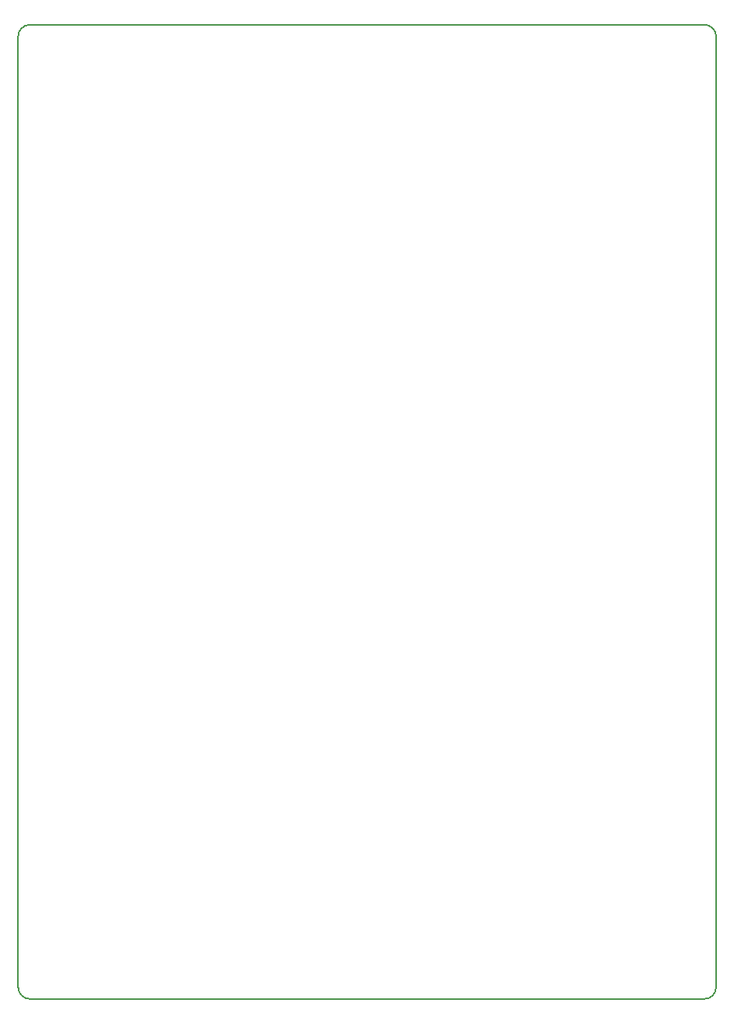
<source format=gbr>
G04 #@! TF.GenerationSoftware,KiCad,Pcbnew,(5.1.2-1)-1*
G04 #@! TF.CreationDate,2019-12-09T19:08:40-07:00*
G04 #@! TF.ProjectId,Snack Machine,536e6163-6b20-44d6-9163-68696e652e6b,rev?*
G04 #@! TF.SameCoordinates,Original*
G04 #@! TF.FileFunction,Profile,NP*
%FSLAX46Y46*%
G04 Gerber Fmt 4.6, Leading zero omitted, Abs format (unit mm)*
G04 Created by KiCad (PCBNEW (5.1.2-1)-1) date 2019-12-09 19:08:40*
%MOMM*%
%LPD*%
G04 APERTURE LIST*
%ADD10C,0.150000*%
G04 APERTURE END LIST*
D10*
X174730000Y-40000000D02*
X101270000Y-40000000D01*
X100000000Y-41270000D02*
X100000000Y-144730000D01*
X100000000Y-41270000D02*
G75*
G02X101270000Y-40000000I1270000J0D01*
G01*
X101270000Y-146000000D02*
G75*
G02X100000000Y-144730000I0J1270000D01*
G01*
X174730000Y-146000000D02*
X101270000Y-146000000D01*
X176000000Y-144730000D02*
G75*
G02X174730000Y-146000000I-1270000J0D01*
G01*
X176000000Y-41270000D02*
X176000000Y-144730000D01*
X174730000Y-40000000D02*
G75*
G02X176000000Y-41270000I0J-1270000D01*
G01*
M02*

</source>
